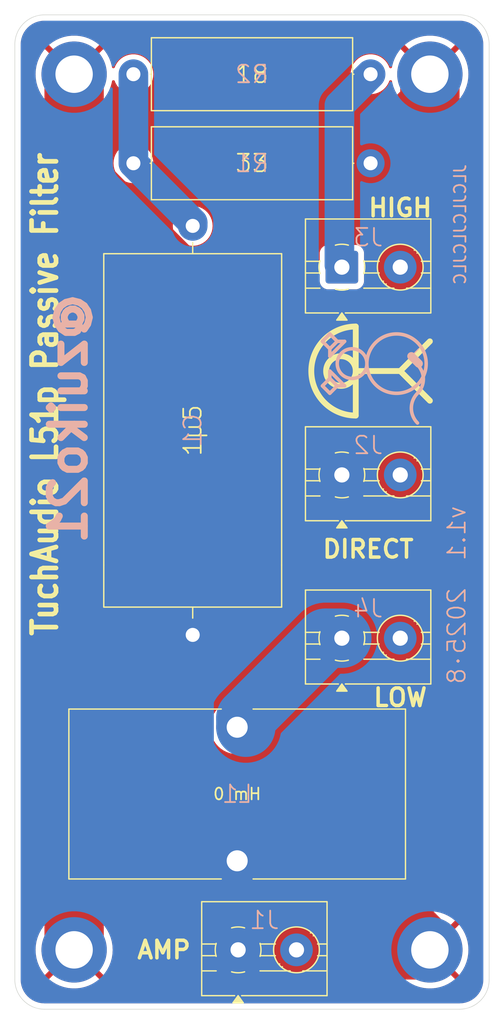
<source format=kicad_pcb>
(kicad_pcb (version 20240108) (generator "pcbnew") (generator_version "8.0")
  (title_block (title "TuchAudio L51p Passive Speaker Filter") (date "2025-07-21") (rev "v1") (company "@zuiko21") (comment 1 "Tweeter: AD0140/T8") (comment 2 "Woofer: AD5060/W8") (comment 3 "Powered by PHILIPS"))
  (layers (0 "F.Cu" signal) (31 "B.Cu" signal) (34 "B.Paste" user) (35 "F.Paste" user) (36 "B.SilkS" user "B.Silkscreen") (37 "F.SilkS" user "F.Silkscreen") (38 "B.Mask" user) (39 "F.Mask" user) (44 "Edge.Cuts" user))
  (net 0 "")
  (net 1 "/IN")
  (net 2 "/HP")
  (net 3 "/GND")
  (net 4 "/ATT")
  (net 5 "/LP")
  (footprint "TerminalBlock:TerminalBlock_MaiXu_MX126-5.0-02P_1x02_P5.00mm" (layer "F.Cu") (at 138.51 156.21)
    (property "Reference" "J1" (at 2.25 -2.54 0) (layer "B.SilkS") (effects (font (size 1.5 1.5)) (justify mirror)))
    (property "Value" "AMP" (at -6.35 0 0) (layer "F.SilkS") (effects (font (size 1.5 1.5) (thickness 0.3) (bold yes))))
    (fp_line (start -3.12 -4.12) (end -3.12 3.92) (stroke (width 0.12)) (layer "F.SilkS"))
    (fp_line (start -3.12 -4.12) (end 7.62 -4.12) (stroke (width 0.12)) (layer "F.SilkS"))
    (fp_line (start -3.12 -0.5) (end -1.88 -0.5) (stroke (width 0.12)) (layer "F.SilkS"))
    (fp_line (start -3.12 0.5) (end -1.88 0.5) (stroke (width 0.12)) (layer "F.SilkS"))
    (fp_line (start -3.12 1.8) (end -1.88 1.8) (stroke (width 0.12)) (layer "F.SilkS"))
    (fp_line (start -3.12 3.92) (end -0.3 3.92) (stroke (width 0.12)) (layer "F.SilkS"))
    (fp_line (start 0.3 3.92) (end 7.62 3.92) (stroke (width 0.12)) (layer "F.SilkS"))
    (fp_line (start 1.88 -0.5) (end 3.188 -0.5) (stroke (width 0.12)) (layer "F.SilkS"))
    (fp_line (start 1.88 0.5) (end 3.188 0.5) (stroke (width 0.12)) (layer "F.SilkS"))
    (fp_line (start 1.88 1.8) (end 4.457 1.8) (stroke (width 0.12)) (layer "F.SilkS"))
    (fp_line (start 3.556 1.204) (end 3.513 1.247) (stroke (width 0.12)) (layer "F.SilkS"))
    (fp_line (start 3.795 1.443) (end 3.752 1.486) (stroke (width 0.12)) (layer "F.SilkS"))
    (fp_line (start 5.543 1.8) (end 7.62 1.8) (stroke (width 0.12)) (layer "F.SilkS"))
    (fp_line (start 6.247 -1.486) (end 6.204 -1.443) (stroke (width 0.12)) (layer "F.SilkS"))
    (fp_line (start 6.487 -1.247) (end 6.444 -1.204) (stroke (width 0.12)) (layer "F.SilkS"))
    (fp_line (start 6.812 -0.5) (end 7.62 -0.5) (stroke (width 0.12)) (layer "F.SilkS"))
    (fp_line (start 6.812 0.5) (end 7.62 0.5) (stroke (width 0.12)) (layer "F.SilkS"))
    (fp_line (start 7.62 -4.12) (end 7.62 3.92) (stroke (width 0.12)) (layer "F.SilkS"))
    (fp_arc (start -1.88 0.554) (mid -1.959928 -0.000246) (end -1.879861 -0.554472) (stroke (width 0.12)) (layer "F.SilkS"))
    (fp_arc (start -0.554 -1.88) (mid 0.000246 -1.959928) (end 0.554472 -1.879861) (stroke (width 0.12)) (layer "F.SilkS"))
    (fp_arc (start 0.554 1.88) (mid -0.000246 1.959928) (end -0.554472 1.879861) (stroke (width 0.12)) (layer "F.SilkS"))
    (fp_arc (start 1.88 -0.554) (mid 1.959928 0.000246) (end 1.879861 0.554472) (stroke (width 0.12)) (layer "F.SilkS"))
    (fp_circle (center 5 0) (end 6.96 0) (stroke (width 0.12)) (fill none) (layer "F.SilkS"))
    (fp_poly (pts (xy 0 3.92) (xy 0.44 4.53) (xy -0.44 4.53) (xy 0 3.92)) (stroke (width 0.12)) (fill solid) (layer "F.SilkS"))
    (pad "1" thru_hole roundrect (at 0 0) (size 2.8 2.8) (drill 1.3) (layers "*.Cu" "*.Mask" "In1.Cu" "In2.Cu" "In3.Cu" "In4.Cu" "In5.Cu" "In6.Cu" "In7.Cu" "In8.Cu" "In9.Cu" "In10.Cu" "In11.Cu" "In12.Cu" "In13.Cu" "In14.Cu" "In15.Cu" "In16.Cu" "In17.Cu" "In18.Cu" "In19.Cu" "In20.Cu" "In21.Cu" "In22.Cu" "In23.Cu" "In24.Cu" "In25.Cu" "In26.Cu" "In27.Cu" "In28.Cu" "In29.Cu" "In30.Cu") (roundrect_rratio 0.089286) (net 1 "/IN"))
    (pad "2" thru_hole circle (at 5 0) (size 2.8 2.8) (drill 1.3) (layers "*.Cu" "*.Mask" "In1.Cu" "In2.Cu" "In3.Cu" "In4.Cu" "In5.Cu" "In6.Cu" "In7.Cu" "In8.Cu" "In9.Cu" "In10.Cu" "In11.Cu" "In12.Cu" "In13.Cu" "In14.Cu" "In15.Cu" "In16.Cu" "In17.Cu" "In18.Cu" "In19.Cu" "In20.Cu" "In21.Cu" "In22.Cu" "In23.Cu" "In24.Cu" "In25.Cu" "In26.Cu" "In27.Cu" "In28.Cu" "In29.Cu" "In30.Cu") (net 3 "/GND"))
  )
  (footprint "TerminalBlock:TerminalBlock_MaiXu_MX126-5.0-02P_1x02_P5.00mm" (layer "F.Cu") (at 147.4 129.54)
    (property "Reference" "J4" (at 2.25 -2.54 0) (layer "B.SilkS") (effects (font (size 1.5 1.5)) (justify mirror)))
    (property "Value" "LOW" (at 5 5.08 0) (layer "F.SilkS") (effects (font (size 1.5 1.5) (thickness 0.3) (bold yes))))
    (fp_line (start -3.12 -4.12) (end -3.12 3.92) (stroke (width 0.12)) (layer "F.SilkS"))
    (fp_line (start -3.12 -4.12) (end 7.62 -4.12) (stroke (width 0.12)) (layer "F.SilkS"))
    (fp_line (start -3.12 -0.5) (end -1.88 -0.5) (stroke (width 0.12)) (layer "F.SilkS"))
    (fp_line (start -3.12 0.5) (end -1.88 0.5) (stroke (width 0.12)) (layer "F.SilkS"))
    (fp_line (start -3.12 1.8) (end -1.88 1.8) (stroke (width 0.12)) (layer "F.SilkS"))
    (fp_line (start -3.12 3.92) (end -0.3 3.92) (stroke (width 0.12)) (layer "F.SilkS"))
    (fp_line (start 0.3 3.92) (end 7.62 3.92) (stroke (width 0.12)) (layer "F.SilkS"))
    (fp_line (start 1.88 -0.5) (end 3.188 -0.5) (stroke (width 0.12)) (layer "F.SilkS"))
    (fp_line (start 1.88 0.5) (end 3.188 0.5) (stroke (width 0.12)) (layer "F.SilkS"))
    (fp_line (start 1.88 1.8) (end 4.457 1.8) (stroke (width 0.12)) (layer "F.SilkS"))
    (fp_line (start 3.556 1.204) (end 3.513 1.247) (stroke (width 0.12)) (layer "F.SilkS"))
    (fp_line (start 3.795 1.443) (end 3.752 1.486) (stroke (width 0.12)) (layer "F.SilkS"))
    (fp_line (start 5.543 1.8) (end 7.62 1.8) (stroke (width 0.12)) (layer "F.SilkS"))
    (fp_line (start 6.247 -1.486) (end 6.204 -1.443) (stroke (width 0.12)) (layer "F.SilkS"))
    (fp_line (start 6.487 -1.247) (end 6.444 -1.204) (stroke (width 0.12)) (layer "F.SilkS"))
    (fp_line (start 6.812 -0.5) (end 7.62 -0.5) (stroke (width 0.12)) (layer "F.SilkS"))
    (fp_line (start 6.812 0.5) (end 7.62 0.5) (stroke (width 0.12)) (layer "F.SilkS"))
    (fp_line (start 7.62 -4.12) (end 7.62 3.92) (stroke (width 0.12)) (layer "F.SilkS"))
    (fp_arc (start -1.88 0.554) (mid -1.959928 -0.000246) (end -1.879861 -0.554472) (stroke (width 0.12)) (layer "F.SilkS"))
    (fp_arc (start -0.554 -1.88) (mid 0.000246 -1.959928) (end 0.554472 -1.879861) (stroke (width 0.12)) (layer "F.SilkS"))
    (fp_arc (start 0.554 1.88) (mid -0.000246 1.959928) (end -0.554472 1.879861) (stroke (width 0.12)) (layer "F.SilkS"))
    (fp_arc (start 1.88 -0.554) (mid 1.959928 0.000246) (end 1.879861 0.554472) (stroke (width 0.12)) (layer "F.SilkS"))
    (fp_circle (center 5 0) (end 6.96 0) (stroke (width 0.12)) (fill none) (layer "F.SilkS"))
    (fp_poly (pts (xy 0 3.92) (xy 0.44 4.53) (xy -0.44 4.53) (xy 0 3.92)) (stroke (width 0.12)) (fill solid) (layer "F.SilkS"))
    (pad "1" thru_hole roundrect (at 0 0) (size 2.8 2.8) (drill 1.3) (layers "*.Cu" "*.Mask" "In1.Cu" "In2.Cu" "In3.Cu" "In4.Cu" "In5.Cu" "In6.Cu" "In7.Cu" "In8.Cu" "In9.Cu" "In10.Cu" "In11.Cu" "In12.Cu" "In13.Cu" "In14.Cu" "In15.Cu" "In16.Cu" "In17.Cu" "In18.Cu" "In19.Cu" "In20.Cu" "In21.Cu" "In22.Cu" "In23.Cu" "In24.Cu" "In25.Cu" "In26.Cu" "In27.Cu" "In28.Cu" "In29.Cu" "In30.Cu") (roundrect_rratio 0.089286) (net 5 "/LP"))
    (pad "2" thru_hole circle (at 5 0) (size 2.8 2.8) (drill 1.3) (layers "*.Cu" "*.Mask" "In1.Cu" "In2.Cu" "In3.Cu" "In4.Cu" "In5.Cu" "In6.Cu" "In7.Cu" "In8.Cu" "In9.Cu" "In10.Cu" "In11.Cu" "In12.Cu" "In13.Cu" "In14.Cu" "In15.Cu" "In16.Cu" "In17.Cu" "In18.Cu" "In19.Cu" "In20.Cu" "In21.Cu" "In22.Cu" "In23.Cu" "In24.Cu" "In25.Cu" "In26.Cu" "In27.Cu" "In28.Cu" "In29.Cu" "In30.Cu") (net 3 "/GND"))
  )
  (footprint "Resistor_THT:R_Axial_DIN0617_L17.0mm_D6.0mm_P20.32mm_Horizontal" (layer "F.Cu") (at 149.86 88.9 180)
    (property "Reference" "R1" (at 10.16 0 0) (layer "B.SilkS") (effects (font (size 1.5 1.5)) (justify mirror)))
    (property "Value" "33" (at 10.16 0 0) (layer "F.SilkS") (effects (font (size 1.5 1.5))))
    (fp_line (start 18.88 0) (end 18.78 0) (stroke (width 0.12)) (layer "F.SilkS"))
    (fp_line (start 18.78 3.12) (end 18.78 -3.12) (stroke (width 0.12)) (layer "F.SilkS"))
    (fp_line (start 18.78 -3.12) (end 1.54 -3.12) (stroke (width 0.12)) (layer "F.SilkS"))
    (fp_line (start 1.54 3.12) (end 18.78 3.12) (stroke (width 0.12)) (layer "F.SilkS"))
    (fp_line (start 1.54 -3.12) (end 1.54 3.12) (stroke (width 0.12)) (layer "F.SilkS"))
    (fp_line (start 1.44 0) (end 1.54 0) (stroke (width 0.12)) (layer "F.SilkS"))
    (pad "1" thru_hole circle (at 0 0 180) (size 2.4 2.4) (drill 1.2) (layers "*.Cu" "*.Mask" "In1.Cu" "In2.Cu" "In3.Cu" "In4.Cu" "In5.Cu" "In6.Cu" "In7.Cu" "In8.Cu" "In9.Cu" "In10.Cu" "In11.Cu" "In12.Cu" "In13.Cu" "In14.Cu" "In15.Cu" "In16.Cu" "In17.Cu" "In18.Cu" "In19.Cu" "In20.Cu" "In21.Cu" "In22.Cu" "In23.Cu" "In24.Cu" "In25.Cu" "In26.Cu" "In27.Cu" "In28.Cu" "In29.Cu" "In30.Cu") (net 3 "/GND"))
    (pad "2" thru_hole oval (at 20.32 0 180) (size 2.4 2.4) (drill 1.2) (layers "*.Cu" "*.Mask" "In1.Cu" "In2.Cu" "In3.Cu" "In4.Cu" "In5.Cu" "In6.Cu" "In7.Cu" "In8.Cu" "In9.Cu" "In10.Cu" "In11.Cu" "In12.Cu" "In13.Cu" "In14.Cu" "In15.Cu" "In16.Cu" "In17.Cu" "In18.Cu" "In19.Cu" "In20.Cu" "In21.Cu" "In22.Cu" "In23.Cu" "In24.Cu" "In25.Cu" "In26.Cu" "In27.Cu" "In28.Cu" "In29.Cu" "In30.Cu") (net 2 "/HP"))
  )
  (footprint "MountingHole:MountingHole_3.2mm_M3_DIN965_Pad" (layer "F.Cu") (at 124.46 81.28)
    (property "Reference" "H1" (hide yes))
    (property "Value" "MountingHole_Pad" (hide yes))
    (pad "1" thru_hole circle (at 0 0) (size 5.6 5.6) (drill 3.2) (layers "*.Cu" "*.Mask" "In1.Cu" "In2.Cu" "In3.Cu" "In4.Cu" "In5.Cu" "In6.Cu" "In7.Cu" "In8.Cu" "In9.Cu" "In10.Cu" "In11.Cu" "In12.Cu" "In13.Cu" "In14.Cu" "In15.Cu" "In16.Cu" "In17.Cu" "In18.Cu" "In19.Cu" "In20.Cu" "In21.Cu" "In22.Cu" "In23.Cu" "In24.Cu" "In25.Cu" "In26.Cu" "In27.Cu" "In28.Cu" "In29.Cu" "In30.Cu") (net 3 "/GND"))
  )
  (footprint "Capacitor_THT:CP_Axial_L30.0mm_D15.0mm_P35.00mm_Horizontal" (layer "F.Cu") (at 134.62 129.26 90)
    (property "Reference" "C1" (at 17.5 0 90) (layer "B.SilkS") (effects (font (size 1.5 1.5)) (justify mirror)))
    (property "Value" "1µ5" (at 17.5 0 90) (layer "F.SilkS") (effects (font (size 1.5 1.5))))
    (fp_line (start 32.62 -7.62) (end 32.62 7.62) (stroke (width 0.12)) (layer "F.SilkS"))
    (fp_line (start 5.98 -7.62) (end 32.62 -7.62) (stroke (width 0.12)) (layer "F.SilkS"))
    (fp_line (start 2.38 -7.62) (end 5.98 -7.62) (stroke (width 0.12)) (layer "F.SilkS"))
    (fp_line (start 2.38 -7.62) (end 2.38 7.62) (stroke (width 0.12)) (layer "F.SilkS"))
    (fp_line (start 33.56 0) (end 32.62 0) (stroke (width 0.12)) (layer "F.SilkS"))
    (fp_line (start 1.44 0) (end 2.38 0) (stroke (width 0.12)) (layer "F.SilkS"))
    (fp_line (start 5.98 7.62) (end 32.62 7.62) (stroke (width 0.12)) (layer "F.SilkS"))
    (fp_line (start 2.38 7.62) (end 5.98 7.62) (stroke (width 0.12)) (layer "F.SilkS"))
    (pad "1" thru_hole rect (at 0 0 90) (size 2.4 2.4) (drill 1.2) (layers "*.Cu" "*.Mask" "In1.Cu" "In2.Cu" "In3.Cu" "In4.Cu" "In5.Cu" "In6.Cu" "In7.Cu" "In8.Cu" "In9.Cu" "In10.Cu" "In11.Cu" "In12.Cu" "In13.Cu" "In14.Cu" "In15.Cu" "In16.Cu" "In17.Cu" "In18.Cu" "In19.Cu" "In20.Cu" "In21.Cu" "In22.Cu" "In23.Cu" "In24.Cu" "In25.Cu" "In26.Cu" "In27.Cu" "In28.Cu" "In29.Cu" "In30.Cu") (net 1 "/IN"))
    (pad "2" thru_hole oval (at 35 0 90) (size 2.4 2.4) (drill 1.2) (layers "*.Cu" "*.Mask" "In1.Cu" "In2.Cu" "In3.Cu" "In4.Cu" "In5.Cu" "In6.Cu" "In7.Cu" "In8.Cu" "In9.Cu" "In10.Cu" "In11.Cu" "In12.Cu" "In13.Cu" "In14.Cu" "In15.Cu" "In16.Cu" "In17.Cu" "In18.Cu" "In19.Cu" "In20.Cu" "In21.Cu" "In22.Cu" "In23.Cu" "In24.Cu" "In25.Cu" "In26.Cu" "In27.Cu" "In28.Cu" "In29.Cu" "In30.Cu") (net 2 "/HP"))
  )
  (footprint "Inductor_THT:L_Toroid_Vertical_L28.6mm_W14.3mm_P11.43mm_Bourns_5700" (layer "F.Cu") (at 138.43 148.59 180)
    (property "Reference" "L1" (at 0 5.715 0) (layer "B.SilkS") (effects (font (size 1.5 1.5)) (justify mirror)))
    (property "Value" "0 mH" (at 0 5.715 0) (layer "F.SilkS"))
    (fp_line (start 14.42 -1.555) (end 14.42 12.985) (stroke (width 0.12)) (layer "F.SilkS"))
    (fp_line (start 1.365 12.985) (end 14.42 12.985) (stroke (width 0.12)) (layer "F.SilkS"))
    (fp_line (start 1.365 -1.555) (end 14.42 -1.555) (stroke (width 0.12)) (layer "F.SilkS"))
    (fp_line (start -14.42 12.985) (end -1.365 12.985) (stroke (width 0.12)) (layer "F.SilkS"))
    (fp_line (start -14.42 -1.555) (end -1.365 -1.555) (stroke (width 0.12)) (layer "F.SilkS"))
    (fp_line (start -14.42 -1.555) (end -14.42 12.985) (stroke (width 0.12)) (layer "F.SilkS"))
    (pad "1" thru_hole circle (at 0 0 180) (size 3.6 3.6) (drill 1.8) (layers "*.Cu" "*.Mask" "In1.Cu" "In2.Cu" "In3.Cu" "In4.Cu" "In5.Cu" "In6.Cu" "In7.Cu" "In8.Cu" "In9.Cu" "In10.Cu" "In11.Cu" "In12.Cu" "In13.Cu" "In14.Cu" "In15.Cu" "In16.Cu" "In17.Cu" "In18.Cu" "In19.Cu" "In20.Cu" "In21.Cu" "In22.Cu" "In23.Cu" "In24.Cu" "In25.Cu" "In26.Cu" "In27.Cu" "In28.Cu" "In29.Cu" "In30.Cu") (net 1 "/IN"))
    (pad "2" thru_hole circle (at 0 11.43 180) (size 3.6 3.6) (drill 1.8) (layers "*.Cu" "*.Mask" "In1.Cu" "In2.Cu" "In3.Cu" "In4.Cu" "In5.Cu" "In6.Cu" "In7.Cu" "In8.Cu" "In9.Cu" "In10.Cu" "In11.Cu" "In12.Cu" "In13.Cu" "In14.Cu" "In15.Cu" "In16.Cu" "In17.Cu" "In18.Cu" "In19.Cu" "In20.Cu" "In21.Cu" "In22.Cu" "In23.Cu" "In24.Cu" "In25.Cu" "In26.Cu" "In27.Cu" "In28.Cu" "In29.Cu" "In30.Cu") (net 5 "/LP"))
  )
  (footprint "TerminalBlock:TerminalBlock_MaiXu_MX126-5.0-02P_1x02_P5.00mm" (layer "F.Cu") (at 147.4 97.79)
    (property "Reference" "J3" (at 2.25 -2.54 0) (layer "B.SilkS") (effects (font (size 1.5 1.5)) (justify mirror)))
    (property "Value" "HIGH" (at 5 -5.08 0) (layer "F.SilkS") (effects (font (size 1.5 1.5) (thickness 0.3) (bold yes))))
    (fp_line (start -3.12 -4.12) (end -3.12 3.92) (stroke (width 0.12)) (layer "F.SilkS"))
    (fp_line (start -3.12 -4.12) (end 7.62 -4.12) (stroke (width 0.12)) (layer "F.SilkS"))
    (fp_line (start -3.12 -0.5) (end -1.88 -0.5) (stroke (width 0.12)) (layer "F.SilkS"))
    (fp_line (start -3.12 0.5) (end -1.88 0.5) (stroke (width 0.12)) (layer "F.SilkS"))
    (fp_line (start -3.12 1.8) (end -1.88 1.8) (stroke (width 0.12)) (layer "F.SilkS"))
    (fp_line (start -3.12 3.92) (end -0.3 3.92) (stroke (width 0.12)) (layer "F.SilkS"))
    (fp_line (start 0.3 3.92) (end 7.62 3.92) (stroke (width 0.12)) (layer "F.SilkS"))
    (fp_line (start 1.88 -0.5) (end 3.188 -0.5) (stroke (width 0.12)) (layer "F.SilkS"))
    (fp_line (start 1.88 0.5) (end 3.188 0.5) (stroke (width 0.12)) (layer "F.SilkS"))
    (fp_line (start 1.88 1.8) (end 4.457 1.8) (stroke (width 0.12)) (layer "F.SilkS"))
    (fp_line (start 3.556 1.204) (end 3.513 1.247) (stroke (width 0.12)) (layer "F.SilkS"))
    (fp_line (start 3.795 1.443) (end 3.752 1.486) (stroke (width 0.12)) (layer "F.SilkS"))
    (fp_line (start 5.543 1.8) (end 7.62 1.8) (stroke (width 0.12)) (layer "F.SilkS"))
    (fp_line (start 6.247 -1.486) (end 6.204 -1.443) (stroke (width 0.12)) (layer "F.SilkS"))
    (fp_line (start 6.487 -1.247) (end 6.444 -1.204) (stroke (width 0.12)) (layer "F.SilkS"))
    (fp_line (start 6.812 -0.5) (end 7.62 -0.5) (stroke (width 0.12)) (layer "F.SilkS"))
    (fp_line (start 6.812 0.5) (end 7.62 0.5) (stroke (width 0.12)) (layer "F.SilkS"))
    (fp_line (start 7.62 -4.12) (end 7.62 3.92) (stroke (width 0.12)) (layer "F.SilkS"))
    (fp_arc (start -1.88 0.554) (mid -1.959928 -0.000246) (end -1.879861 -0.554472) (stroke (width 0.12)) (layer "F.SilkS"))
    (fp_arc (start -0.554 -1.88) (mid 0.000246 -1.959928) (end 0.554472 -1.879861) (stroke (width 0.12)) (layer "F.SilkS"))
    (fp_arc (start 0.554 1.88) (mid -0.000246 1.959928) (end -0.554472 1.879861) (stroke (width 0.12)) (layer "F.SilkS"))
    (fp_arc (start 1.88 -0.554) (mid 1.959928 0.000246) (end 1.879861 0.554472) (stroke (width 0.12)) (layer "F.SilkS"))
    (fp_circle (center 5 0) (end 6.96 0) (stroke (width 0.12)) (fill none) (layer "F.SilkS"))
    (fp_poly (pts (xy 0 3.92) (xy 0.44 4.53) (xy -0.44 4.53) (xy 0 3.92)) (stroke (width 0.12)) (fill solid) (layer "F.SilkS"))
    (pad "1" thru_hole roundrect (at 0 0) (size 2.8 2.8) (drill 1.3) (layers "*.Cu" "*.Mask" "In1.Cu" "In2.Cu" "In3.Cu" "In4.Cu" "In5.Cu" "In6.Cu" "In7.Cu" "In8.Cu" "In9.Cu" "In10.Cu" "In11.Cu" "In12.Cu" "In13.Cu" "In14.Cu" "In15.Cu" "In16.Cu" "In17.Cu" "In18.Cu" "In19.Cu" "In20.Cu" "In21.Cu" "In22.Cu" "In23.Cu" "In24.Cu" "In25.Cu" "In26.Cu" "In27.Cu" "In28.Cu" "In29.Cu" "In30.Cu") (roundrect_rratio 0.089286) (net 4 "/ATT"))
    (pad "2" thru_hole circle (at 5 0) (size 2.8 2.8) (drill 1.3) (layers "*.Cu" "*.Mask" "In1.Cu" "In2.Cu" "In3.Cu" "In4.Cu" "In5.Cu" "In6.Cu" "In7.Cu" "In8.Cu" "In9.Cu" "In10.Cu" "In11.Cu" "In12.Cu" "In13.Cu" "In14.Cu" "In15.Cu" "In16.Cu" "In17.Cu" "In18.Cu" "In19.Cu" "In20.Cu" "In21.Cu" "In22.Cu" "In23.Cu" "In24.Cu" "In25.Cu" "In26.Cu" "In27.Cu" "In28.Cu" "In29.Cu" "In30.Cu") (net 3 "/GND"))
  )
  (footprint "MountingHole:MountingHole_3.2mm_M3_DIN965_Pad" (layer "F.Cu") (at 154.94 156.21)
    (property "Reference" "H4" (hide yes))
    (property "Value" "MountingHole_Pad" (hide yes))
    (pad "1" thru_hole circle (at 0 0) (size 5.6 5.6) (drill 3.2) (layers "*.Cu" "*.Mask" "In1.Cu" "In2.Cu" "In3.Cu" "In4.Cu" "In5.Cu" "In6.Cu" "In7.Cu" "In8.Cu" "In9.Cu" "In10.Cu" "In11.Cu" "In12.Cu" "In13.Cu" "In14.Cu" "In15.Cu" "In16.Cu" "In17.Cu" "In18.Cu" "In19.Cu" "In20.Cu" "In21.Cu" "In22.Cu" "In23.Cu" "In24.Cu" "In25.Cu" "In26.Cu" "In27.Cu" "In28.Cu" "In29.Cu" "In30.Cu") (net 3 "/GND"))
  )
  (footprint "Resistor_THT:R_Axial_DIN0617_L17.0mm_D6.0mm_P20.32mm_Horizontal" (layer "F.Cu") (at 129.54 81.28)
    (property "Reference" "R2" (at 10.16 0 0) (layer "B.SilkS") (effects (font (size 1.5 1.5)) (justify mirror)))
    (property "Value" "18" (at 10.16 0 0) (layer "F.SilkS") (effects (font (size 1.5 1.5))))
    (fp_line (start 1.44 0) (end 1.54 0) (stroke (width 0.12)) (layer "F.SilkS"))
    (fp_line (start 1.54 -3.12) (end 1.54 3.12) (stroke (width 0.12)) (layer "F.SilkS"))
    (fp_line (start 1.54 3.12) (end 18.78 3.12) (stroke (width 0.12)) (layer "F.SilkS"))
    (fp_line (start 18.78 -3.12) (end 1.54 -3.12) (stroke (width 0.12)) (layer "F.SilkS"))
    (fp_line (start 18.78 3.12) (end 18.78 -3.12) (stroke (width 0.12)) (layer "F.SilkS"))
    (fp_line (start 18.88 0) (end 18.78 0) (stroke (width 0.12)) (layer "F.SilkS"))
    (pad "1" thru_hole circle (at 0 0) (size 2.4 2.4) (drill 1.2) (layers "*.Cu" "*.Mask" "In1.Cu" "In2.Cu" "In3.Cu" "In4.Cu" "In5.Cu" "In6.Cu" "In7.Cu" "In8.Cu" "In9.Cu" "In10.Cu" "In11.Cu" "In12.Cu" "In13.Cu" "In14.Cu" "In15.Cu" "In16.Cu" "In17.Cu" "In18.Cu" "In19.Cu" "In20.Cu" "In21.Cu" "In22.Cu" "In23.Cu" "In24.Cu" "In25.Cu" "In26.Cu" "In27.Cu" "In28.Cu" "In29.Cu" "In30.Cu") (net 2 "/HP"))
    (pad "2" thru_hole oval (at 20.32 0) (size 2.4 2.4) (drill 1.2) (layers "*.Cu" "*.Mask" "In1.Cu" "In2.Cu" "In3.Cu" "In4.Cu" "In5.Cu" "In6.Cu" "In7.Cu" "In8.Cu" "In9.Cu" "In10.Cu" "In11.Cu" "In12.Cu" "In13.Cu" "In14.Cu" "In15.Cu" "In16.Cu" "In17.Cu" "In18.Cu" "In19.Cu" "In20.Cu" "In21.Cu" "In22.Cu" "In23.Cu" "In24.Cu" "In25.Cu" "In26.Cu" "In27.Cu" "In28.Cu" "In29.Cu" "In30.Cu") (net 4 "/ATT"))
  )
  (footprint "MountingHole:MountingHole_3.2mm_M3_DIN965_Pad" (layer "F.Cu") (at 124.46 156.21)
    (property "Reference" "H3" (hide yes))
    (property "Value" "MountingHole_Pad" (hide yes))
    (pad "1" thru_hole circle (at 0 0) (size 5.6 5.6) (drill 3.2) (layers "*.Cu" "*.Mask" "In1.Cu" "In2.Cu" "In3.Cu" "In4.Cu" "In5.Cu" "In6.Cu" "In7.Cu" "In8.Cu" "In9.Cu" "In10.Cu" "In11.Cu" "In12.Cu" "In13.Cu" "In14.Cu" "In15.Cu" "In16.Cu" "In17.Cu" "In18.Cu" "In19.Cu" "In20.Cu" "In21.Cu" "In22.Cu" "In23.Cu" "In24.Cu" "In25.Cu" "In26.Cu" "In27.Cu" "In28.Cu" "In29.Cu" "In30.Cu") (net 3 "/GND"))
  )
  (footprint "MountingHole:MountingHole_3.2mm_M3_DIN965_Pad" (layer "F.Cu") (at 154.94 81.28)
    (property "Reference" "H2" (hide yes))
    (property "Value" "MountingHole_Pad" (hide yes))
    (pad "1" thru_hole circle (at 0 0) (size 5.6 5.6) (drill 3.2) (layers "*.Cu" "*.Mask" "In1.Cu" "In2.Cu" "In3.Cu" "In4.Cu" "In5.Cu" "In6.Cu" "In7.Cu" "In8.Cu" "In9.Cu" "In10.Cu" "In11.Cu" "In12.Cu" "In13.Cu" "In14.Cu" "In15.Cu" "In16.Cu" "In17.Cu" "In18.Cu" "In19.Cu" "In20.Cu" "In21.Cu" "In22.Cu" "In23.Cu" "In24.Cu" "In25.Cu" "In26.Cu" "In27.Cu" "In28.Cu" "In29.Cu" "In30.Cu") (net 3 "/GND"))
  )
  (footprint "TerminalBlock:TerminalBlock_MaiXu_MX126-5.0-02P_1x02_P5.00mm" (layer "F.Cu") (at 147.4 115.57)
    (property "Reference" "J2" (at 2.25 -2.54 0) (layer "B.SilkS") (effects (font (size 1.5 1.5)) (justify mirror)))
    (property "Value" "DIRECT" (at 2.25 6.35 0) (layer "F.SilkS") (effects (font (size 1.5 1.5) (thickness 0.3) (bold yes))))
    (fp_line (start -3.12 -4.12) (end -3.12 3.92) (stroke (width 0.12)) (layer "F.SilkS"))
    (fp_line (start -3.12 -4.12) (end 7.62 -4.12) (stroke (width 0.12)) (layer "F.SilkS"))
    (fp_line (start -3.12 -0.5) (end -1.88 -0.5) (stroke (width 0.12)) (layer "F.SilkS"))
    (fp_line (start -3.12 0.5) (end -1.88 0.5) (stroke (width 0.12)) (layer "F.SilkS"))
    (fp_line (start -3.12 1.8) (end -1.88 1.8) (stroke (width 0.12)) (layer "F.SilkS"))
    (fp_line (start -3.12 3.92) (end -0.3 3.92) (stroke (width 0.12)) (layer "F.SilkS"))
    (fp_line (start 0.3 3.92) (end 7.62 3.92) (stroke (width 0.12)) (layer "F.SilkS"))
    (fp_line (start 1.88 -0.5) (end 3.188 -0.5) (stroke (width 0.12)) (layer "F.SilkS"))
    (fp_line (start 1.88 0.5) (end 3.188 0.5) (stroke (width 0.12)) (layer "F.SilkS"))
    (fp_line (start 1.88 1.8) (end 4.457 1.8) (stroke (width 0.12)) (layer "F.SilkS"))
    (fp_line (start 3.556 1.204) (end 3.513 1.247) (stroke (width 0.12)) (layer "F.SilkS"))
    (fp_line (start 3.795 1.443) (end 3.752 1.486) (stroke (width 0.12)) (layer "F.SilkS"))
    (fp_line (start 5.543 1.8) (end 7.62 1.8) (stroke (width 0.12)) (layer "F.SilkS"))
    (fp_line (start 6.247 -1.486) (end 6.204 -1.443) (stroke (width 0.12)) (layer "F.SilkS"))
    (fp_line (start 6.487 -1.247) (end 6.444 -1.204) (stroke (width 0.12)) (layer "F.SilkS"))
    (fp_line (start 6.812 -0.5) (end 7.62 -0.5) (stroke (width 0.12)) (layer "F.SilkS"))
    (fp_line (start 6.812 0.5) (end 7.62 0.5) (stroke (width 0.12)) (layer "F.SilkS"))
    (fp_line (start 7.62 -4.12) (end 7.62 3.92) (stroke (width 0.12)) (layer "F.SilkS"))
    (fp_arc (start -1.88 0.554) (mid -1.959928 -0.000246) (end -1.879861 -0.554472) (stroke (width 0.12)) (layer "F.SilkS"))
    (fp_arc (start -0.554 -1.88) (mid 0.000246 -1.959928) (end 0.554472 -1.879861) (stroke (width 0.12)) (layer "F.SilkS"))
    (fp_arc (start 0.554 1.88) (mid -0.000246 1.959928) (end -0.554472 1.879861) (stroke (width 0.12)) (layer "F.SilkS"))
    (fp_arc (start 1.88 -0.554) (mid 1.959928 0.000246) (end 1.879861 0.554472) (stroke (width 0.12)) (layer "F.SilkS"))
    (fp_circle (center 5 0) (end 6.96 0) (stroke (width 0.12)) (fill none) (layer "F.SilkS"))
    (fp_poly (pts (xy 0 3.92) (xy 0.44 4.53) (xy -0.44 4.53) (xy 0 3.92)) (stroke (width 0.12)) (fill solid) (layer "F.SilkS"))
    (pad "1" thru_hole roundrect (at 0 0) (size 2.8 2.8) (drill 1.3) (layers "*.Cu" "*.Mask" "In1.Cu" "In2.Cu" "In3.Cu" "In4.Cu" "In5.Cu" "In6.Cu" "In7.Cu" "In8.Cu" "In9.Cu" "In10.Cu" "In11.Cu" "In12.Cu" "In13.Cu" "In14.Cu" "In15.Cu" "In16.Cu" "In17.Cu" "In18.Cu" "In19.Cu" "In20.Cu" "In21.Cu" "In22.Cu" "In23.Cu" "In24.Cu" "In25.Cu" "In26.Cu" "In27.Cu" "In28.Cu" "In29.Cu" "In30.Cu") (roundrect_rratio 0.089286) (net 1 "/IN"))
    (pad "2" thru_hole circle (at 5 0) (size 2.8 2.8) (drill 1.3) (layers "*.Cu" "*.Mask" "In1.Cu" "In2.Cu" "In3.Cu" "In4.Cu" "In5.Cu" "In6.Cu" "In7.Cu" "In8.Cu" "In9.Cu" "In10.Cu" "In11.Cu" "In12.Cu" "In13.Cu" "In14.Cu" "In15.Cu" "In16.Cu" "In17.Cu" "In18.Cu" "In19.Cu" "In20.Cu" "In21.Cu" "In22.Cu" "In23.Cu" "In24.Cu" "In25.Cu" "In26.Cu" "In27.Cu" "In28.Cu" "In29.Cu" "In30.Cu") (net 3 "/GND"))
  )
  (gr_arc (start 153.878551 111.125) (mid 153.3525 109.855) (end 153.878551 108.585) (stroke (width 0.3)) (layer "B.SilkS"))
  (gr_arc (start 153.822856 106.098254) (mid 154.382176 107.329738) (end 153.878551 108.585) (stroke (width 0.3)) (layer "B.SilkS"))
  (gr_line (start 147.6375 104.14) (end 147.0025 104.14) (stroke (width 0.3)) (layer "B.SilkS"))
  (gr_line (start 153.9875 106.045) (end 153.3525 105.41) (stroke (width 0.7) (type dash_dot_dot)) (layer "B.SilkS"))
  (gr_line (start 146.3675 107.315) (end 147.0025 107.95) (stroke (width 0.3)) (layer "B.SilkS"))
  (gr_line (start 153.3525 105.41) (end 153.9875 104.775) (stroke (width 0.1)) (layer "B.SilkS"))
  (gr_circle (center 148.2725 106.045) (end 148.2725 104.775) (stroke (width 0.3)) (fill none) (layer "B.SilkS"))
  (gr_line (start 146.3675 106.68) (end 146.3675 107.315) (stroke (width 0.3)) (layer "B.SilkS"))
  (gr_circle (center 152.0825 106.045) (end 152.0825 103.505) (stroke (width 0.3)) (fill none) (layer "B.SilkS"))
  (gr_line (start 147.0025 107.95) (end 147.6375 107.95) (stroke (width 0.3)) (layer "B.SilkS"))
  (gr_line (start 146.3675 104.775) (end 147.0025 104.14) (stroke (width 0.3)) (layer "B.SilkS"))
  (gr_line (start 146.3675 103.505) (end 145.7325 104.14) (stroke (width 0.3)) (layer "B.SilkS"))
  (gr_line (start 146.3675 104.775) (end 146.3675 105.41) (stroke (width 0.3)) (layer "B.SilkS"))
  (gr_line (start 147.0025 104.775) (end 147.6375 104.14) (stroke (width 0.3)) (layer "B.SilkS"))
  (gr_line (start 146.3675 105.41) (end 147.0025 104.775) (stroke (width 0.3)) (layer "B.SilkS"))
  (gr_line (start 147.0025 104.14) (end 146.3675 103.505) (stroke (width 0.3)) (layer "B.SilkS"))
  (gr_line (start 145.7325 107.95) (end 146.3675 107.315) (stroke (width 0.3)) (layer "B.SilkS"))
  (gr_line (start 147.0025 107.95) (end 146.3675 108.585) (stroke (width 0.3)) (layer "B.SilkS"))
  (gr_line (start 147.6375 107.95) (end 146.3675 106.68) (stroke (width 0.3)) (layer "B.SilkS"))
  (gr_line (start 145.7325 104.14) (end 146.3675 104.775) (stroke (width 0.3)) (layer "B.SilkS"))
  (gr_line (start 146.3675 108.585) (end 145.7325 107.95) (stroke (width 0.3)) (layer "B.SilkS"))
  (gr_line (start 152.4 106.68) (end 154.94 109.22) (stroke (width 0.5)) (layer "F.SilkS"))
  (gr_arc (start 148.59 110.49) (mid 144.78 106.68) (end 148.59 102.87) (stroke (width 0.5)) (layer "F.SilkS"))
  (gr_line (start 148.59 106.68) (end 152.4 106.68) (stroke (width 0.5)) (layer "F.SilkS"))
  (gr_circle (center 147.32 106.68) (end 148.59 106.68) (stroke (width 0.5)) (fill none) (layer "F.SilkS"))
  (gr_line (start 148.59 102.87) (end 148.59 110.49) (stroke (width 0.5)) (layer "F.SilkS"))
  (gr_line (start 152.4 106.68) (end 154.94 104.14) (stroke (width 0.5)) (layer "F.SilkS"))
  (gr_line (start 121.92 161.29) (end 157.48 161.29) (stroke (width 0.05)) (layer "Edge.Cuts"))
  (gr_arc (start 160.02 158.75) (mid 159.276051 160.546051) (end 157.48 161.29) (stroke (width 0.05)) (layer "Edge.Cuts"))
  (gr_arc (start 119.38 78.74) (mid 120.123949 76.943949) (end 121.92 76.2) (stroke (width 0.05)) (layer "Edge.Cuts"))
  (gr_line (start 157.48 76.2) (end 121.92 76.2) (stroke (width 0.05)) (layer "Edge.Cuts"))
  (gr_line (start 160.02 158.75) (end 160.02 78.74) (stroke (width 0.05)) (layer "Edge.Cuts"))
  (gr_arc (start 121.92 161.29) (mid 120.123949 160.546051) (end 119.38 158.75) (stroke (width 0.05)) (layer "Edge.Cuts"))
  (gr_arc (start 157.48 76.2) (mid 159.276051 76.943949) (end 160.02 78.74) (stroke (width 0.05)) (layer "Edge.Cuts"))
  (gr_line (start 119.38 78.74) (end 119.38 158.75) (stroke (width 0.05)) (layer "Edge.Cuts"))
  (gr_text "@zuiko21" (at 125.73 99.695 90) (layer "B.SilkS") (effects (font (size 3 3) (thickness 0.6) (bold yes)) (justify left bottom mirror)))
  (gr_text "JLCJLCJLCJLC" (at 158.115 88.9 90) (layer "B.SilkS") (effects (font (size 1 1)) (justify left bottom mirror)))
  (gr_text "v1.1  2025·8" (at 158.115 118.11 90) (layer "B.SilkS") (effects (font (size 1.5 1.5)) (justify left bottom mirror)))
  (gr_text "TuchAudio L51p Passive Filter" (at 123.19 129.54 90) (layer "F.SilkS") (effects (font (size 2.1 1.8) (thickness 0.4) (bold yes)) (justify left bottom)))
  (segment (start 133.89 129.99) (end 133.89 120.11) (width 5.08) (layer "B.Cu") (net 1))
  (segment (start 138.43 148.59) (end 138.43 156.13) (width 5.08) (layer "B.Cu") (net 1))
  (segment (start 133.89 144.05) (end 138.43 148.59) (width 5.08) (layer "B.Cu") (net 1))
  (segment (start 138.43 115.57) (end 147.4 115.57) (width 5.08) (layer "B.Cu") (net 1))
  (segment (start 133.89 120.11) (end 138.43 115.57) (width 5.08) (layer "B.Cu") (net 1))
  (segment (start 138.43 156.13) (end 138.51 156.21) (width 5.08) (layer "B.Cu") (net 1))
  (segment (start 133.89 129.99) (end 133.89 144.05) (width 5.08) (layer "B.Cu") (net 1))
  (segment (start 134.62 94.26) (end 134.62 93.98) (width 2.54) (layer "B.Cu") (net 2))
  (segment (start 134.62 93.98) (end 129.54 88.9) (width 2.54) (layer "B.Cu") (net 2))
  (segment (start 129.54 88.9) (end 129.54 81.28) (width 2.54) (layer "B.Cu") (net 2))
  (segment (start 124.46 89.672002) (end 144.007998 109.22) (width 5.08) (layer "F.Cu") (net 3))
  (segment (start 144.007998 109.22) (end 152.4 109.22) (width 5.08) (layer "F.Cu") (net 3))
  (segment (start 152.4 121.92) (end 152.4 129.54) (width 5.08) (layer "F.Cu") (net 3))
  (segment (start 154.94 83.82) (end 149.86 88.9) (width 5.08) (layer "F.Cu") (net 3))
  (segment (start 154.94 81.28) (end 154.94 83.82) (width 5.08) (layer "F.Cu") (net 3))
  (segment (start 124.46 81.28) (end 124.46 89.672002) (width 5.08) (layer "F.Cu") (net 3))
  (segment (start 152.4 117.612002) (end 152.4 121.92) (width 5.08) (layer "F.Cu") (net 3))
  (segment (start 152.4 101.6) (end 152.4 91.44) (width 5.08) (layer "F.Cu") (net 3))
  (segment (start 152.4 121.92) (end 152.4 109.22) (width 5.08) (layer "F.Cu") (net 3))
  (segment (start 152.4 129.54) (end 152.4 153.67) (width 5.08) (layer "F.Cu") (net 3))
  (segment (start 124.46 89.672002) (end 124.46 156.21) (width 5.08) (layer "F.Cu") (net 3))
  (segment (start 154.94 156.21) (end 143.51 156.21) (width 5.08) (layer "F.Cu") (net 3))
  (segment (start 152.4 153.67) (end 154.94 156.21) (width 5.08) (layer "F.Cu") (net 3))
  (segment (start 152.4 109.22) (end 152.4 101.6) (width 5.08) (layer "F.Cu") (net 3))
  (segment (start 152.4 91.44) (end 149.86 88.9) (width 5.08) (layer "F.Cu") (net 3))
  (segment (start 147.19 97.58) (end 147.4 97.79) (width 2.54) (layer "B.Cu") (net 4))
  (segment (start 147.19 83.95) (end 147.19 97.58) (width 2.54) (layer "B.Cu") (net 4))
  (segment (start 149.86 81.28) (end 147.19 83.95) (width 2.54) (layer "B.Cu") (net 4))
  (segment (start 146.000001 129.54) (end 139.17 136.370001) (width 5.08) (layer "B.Cu") (net 5))
  (segment (start 147.4 129.54) (end 146.000001 129.54) (width 5.08) (layer "B.Cu") (net 5))
  (segment (start 139.17 136.370001) (end 139.17 137.16) (width 5.08) (layer "B.Cu") (net 5))
  (zone (net 3) (net_name "/GND") (layer "F.Cu") (connect_pads (clearance 0.5)) (min_thickness 0.25) (fill yes (thermal_gap 0.5) (thermal_bridge_width 0.5))
    (polygon (pts (xy 118.745 75.565) (xy 160.655 75.565) (xy 160.655 161.925) (xy 118.745 161.925)))
  )
  (zone (net 1) (net_name "/IN") (layer "B.Cu") (priority 1) (connect_pads (clearance 0.5)) (min_thickness 0.25) (fill yes (thermal_gap 0.5) (thermal_bridge_width 0.5))
    (polygon (pts (xy 118.11 74.93) (xy 161.29 74.93) (xy 161.29 162.56) (xy 118.11 162.56)))
  )
)
</source>
